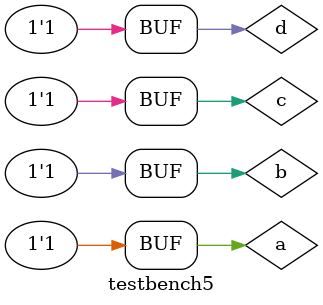
<source format=sv>
`timescale 1ns / 1ps

module testbench5();
    
logic a,b,c,d;
logic out;    

functionF dut(a,b,c,d,out);
      initial begin
        for (int i=0; i<16; i=i+1)
            begin
                {a,b,c,d} = i; #10;
            end    
    end
endmodule

</source>
